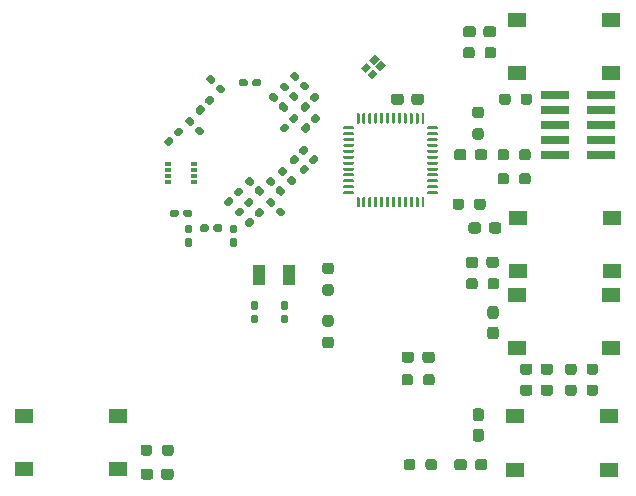
<source format=gbr>
%TF.GenerationSoftware,KiCad,Pcbnew,(5.1.9)-1*%
%TF.CreationDate,2021-09-29T12:39:09-05:00*%
%TF.ProjectId,zigbeeCape,7a696762-6565-4436-9170-652e6b696361,rev?*%
%TF.SameCoordinates,Original*%
%TF.FileFunction,Paste,Top*%
%TF.FilePolarity,Positive*%
%FSLAX46Y46*%
G04 Gerber Fmt 4.6, Leading zero omitted, Abs format (unit mm)*
G04 Created by KiCad (PCBNEW (5.1.9)-1) date 2021-09-29 12:39:09*
%MOMM*%
%LPD*%
G01*
G04 APERTURE LIST*
%ADD10R,1.550000X1.300000*%
%ADD11C,0.100000*%
%ADD12R,0.600000X0.300000*%
%ADD13R,2.400046X0.739902*%
%ADD14R,1.000000X1.800000*%
G04 APERTURE END LIST*
D10*
%TO.C,SW5*%
X18554600Y12841800D03*
X10604600Y12841800D03*
X18554600Y8341800D03*
X10604600Y8341800D03*
%TD*%
%TO.C,C2*%
G36*
G01*
X49931200Y28489900D02*
X49931200Y28964900D01*
G75*
G02*
X50168700Y29202400I237500J0D01*
G01*
X50768700Y29202400D01*
G75*
G02*
X51006200Y28964900I0J-237500D01*
G01*
X51006200Y28489900D01*
G75*
G02*
X50768700Y28252400I-237500J0D01*
G01*
X50168700Y28252400D01*
G75*
G02*
X49931200Y28489900I0J237500D01*
G01*
G37*
G36*
G01*
X48206200Y28489900D02*
X48206200Y28964900D01*
G75*
G02*
X48443700Y29202400I237500J0D01*
G01*
X49043700Y29202400D01*
G75*
G02*
X49281200Y28964900I0J-237500D01*
G01*
X49281200Y28489900D01*
G75*
G02*
X49043700Y28252400I-237500J0D01*
G01*
X48443700Y28252400D01*
G75*
G02*
X48206200Y28489900I0J237500D01*
G01*
G37*
%TD*%
%TO.C,SW3*%
X52133600Y8265600D03*
X60083600Y8265600D03*
X52133600Y12765600D03*
X60083600Y12765600D03*
%TD*%
%TO.C,SW2*%
X52336800Y18578000D03*
X60286800Y18578000D03*
X52336800Y23078000D03*
X60286800Y23078000D03*
%TD*%
%TO.C,SW1*%
X52413000Y25055000D03*
X60363000Y25055000D03*
X52413000Y29555000D03*
X60363000Y29555000D03*
%TD*%
%TO.C,SW4*%
X52336800Y41869800D03*
X60286800Y41869800D03*
X52336800Y46369800D03*
X60286800Y46369800D03*
%TD*%
D11*
%TO.C,Y2*%
G36*
X40019514Y41303004D02*
G01*
X39630605Y41691913D01*
X40125580Y42186888D01*
X40514489Y41797979D01*
X40019514Y41303004D01*
G37*
G36*
X40832687Y42893995D02*
G01*
X41221596Y42505086D01*
X40726621Y42010111D01*
X40337712Y42399020D01*
X40832687Y42893995D01*
G37*
G36*
X40295286Y43431396D02*
G01*
X40684195Y43042487D01*
X40189220Y42547512D01*
X39800311Y42936421D01*
X40295286Y43431396D01*
G37*
G36*
X39482113Y41840405D02*
G01*
X39093204Y42229314D01*
X39588179Y42724289D01*
X39977088Y42335380D01*
X39482113Y41840405D01*
G37*
%TD*%
D12*
%TO.C,U2*%
X24976000Y32651000D03*
X24976000Y33151000D03*
X24976000Y33651000D03*
X24976000Y34151000D03*
X22776000Y34151000D03*
X22776000Y33651000D03*
X22776000Y33151000D03*
X22776000Y32651000D03*
%TD*%
%TO.C,U1*%
G36*
G01*
X38735000Y37630000D02*
X38735000Y38390000D01*
G75*
G02*
X38805000Y38460000I70000J0D01*
G01*
X38915000Y38460000D01*
G75*
G02*
X38985000Y38390000I0J-70000D01*
G01*
X38985000Y37630000D01*
G75*
G02*
X38915000Y37560000I-70000J0D01*
G01*
X38805000Y37560000D01*
G75*
G02*
X38735000Y37630000I0J70000D01*
G01*
G37*
G36*
G01*
X39235000Y37630000D02*
X39235000Y38390000D01*
G75*
G02*
X39305000Y38460000I70000J0D01*
G01*
X39415000Y38460000D01*
G75*
G02*
X39485000Y38390000I0J-70000D01*
G01*
X39485000Y37630000D01*
G75*
G02*
X39415000Y37560000I-70000J0D01*
G01*
X39305000Y37560000D01*
G75*
G02*
X39235000Y37630000I0J70000D01*
G01*
G37*
G36*
G01*
X39735000Y37630000D02*
X39735000Y38390000D01*
G75*
G02*
X39805000Y38460000I70000J0D01*
G01*
X39915000Y38460000D01*
G75*
G02*
X39985000Y38390000I0J-70000D01*
G01*
X39985000Y37630000D01*
G75*
G02*
X39915000Y37560000I-70000J0D01*
G01*
X39805000Y37560000D01*
G75*
G02*
X39735000Y37630000I0J70000D01*
G01*
G37*
G36*
G01*
X40235000Y37630000D02*
X40235000Y38390000D01*
G75*
G02*
X40305000Y38460000I70000J0D01*
G01*
X40415000Y38460000D01*
G75*
G02*
X40485000Y38390000I0J-70000D01*
G01*
X40485000Y37630000D01*
G75*
G02*
X40415000Y37560000I-70000J0D01*
G01*
X40305000Y37560000D01*
G75*
G02*
X40235000Y37630000I0J70000D01*
G01*
G37*
G36*
G01*
X40735000Y37630000D02*
X40735000Y38390000D01*
G75*
G02*
X40805000Y38460000I70000J0D01*
G01*
X40915000Y38460000D01*
G75*
G02*
X40985000Y38390000I0J-70000D01*
G01*
X40985000Y37630000D01*
G75*
G02*
X40915000Y37560000I-70000J0D01*
G01*
X40805000Y37560000D01*
G75*
G02*
X40735000Y37630000I0J70000D01*
G01*
G37*
G36*
G01*
X41235000Y37630000D02*
X41235000Y38390000D01*
G75*
G02*
X41305000Y38460000I70000J0D01*
G01*
X41415000Y38460000D01*
G75*
G02*
X41485000Y38390000I0J-70000D01*
G01*
X41485000Y37630000D01*
G75*
G02*
X41415000Y37560000I-70000J0D01*
G01*
X41305000Y37560000D01*
G75*
G02*
X41235000Y37630000I0J70000D01*
G01*
G37*
G36*
G01*
X41735000Y37630000D02*
X41735000Y38390000D01*
G75*
G02*
X41805000Y38460000I70000J0D01*
G01*
X41915000Y38460000D01*
G75*
G02*
X41985000Y38390000I0J-70000D01*
G01*
X41985000Y37630000D01*
G75*
G02*
X41915000Y37560000I-70000J0D01*
G01*
X41805000Y37560000D01*
G75*
G02*
X41735000Y37630000I0J70000D01*
G01*
G37*
G36*
G01*
X42235000Y37630000D02*
X42235000Y38390000D01*
G75*
G02*
X42305000Y38460000I70000J0D01*
G01*
X42415000Y38460000D01*
G75*
G02*
X42485000Y38390000I0J-70000D01*
G01*
X42485000Y37630000D01*
G75*
G02*
X42415000Y37560000I-70000J0D01*
G01*
X42305000Y37560000D01*
G75*
G02*
X42235000Y37630000I0J70000D01*
G01*
G37*
G36*
G01*
X42735000Y37630000D02*
X42735000Y38390000D01*
G75*
G02*
X42805000Y38460000I70000J0D01*
G01*
X42915000Y38460000D01*
G75*
G02*
X42985000Y38390000I0J-70000D01*
G01*
X42985000Y37630000D01*
G75*
G02*
X42915000Y37560000I-70000J0D01*
G01*
X42805000Y37560000D01*
G75*
G02*
X42735000Y37630000I0J70000D01*
G01*
G37*
G36*
G01*
X43235000Y37630000D02*
X43235000Y38390000D01*
G75*
G02*
X43305000Y38460000I70000J0D01*
G01*
X43415000Y38460000D01*
G75*
G02*
X43485000Y38390000I0J-70000D01*
G01*
X43485000Y37630000D01*
G75*
G02*
X43415000Y37560000I-70000J0D01*
G01*
X43305000Y37560000D01*
G75*
G02*
X43235000Y37630000I0J70000D01*
G01*
G37*
G36*
G01*
X43735000Y37630000D02*
X43735000Y38390000D01*
G75*
G02*
X43805000Y38460000I70000J0D01*
G01*
X43915000Y38460000D01*
G75*
G02*
X43985000Y38390000I0J-70000D01*
G01*
X43985000Y37630000D01*
G75*
G02*
X43915000Y37560000I-70000J0D01*
G01*
X43805000Y37560000D01*
G75*
G02*
X43735000Y37630000I0J70000D01*
G01*
G37*
G36*
G01*
X44235000Y37630000D02*
X44235000Y38390000D01*
G75*
G02*
X44305000Y38460000I70000J0D01*
G01*
X44415000Y38460000D01*
G75*
G02*
X44485000Y38390000I0J-70000D01*
G01*
X44485000Y37630000D01*
G75*
G02*
X44415000Y37560000I-70000J0D01*
G01*
X44305000Y37560000D01*
G75*
G02*
X44235000Y37630000I0J70000D01*
G01*
G37*
G36*
G01*
X45540000Y37085000D02*
X44780000Y37085000D01*
G75*
G02*
X44710000Y37155000I0J70000D01*
G01*
X44710000Y37265000D01*
G75*
G02*
X44780000Y37335000I70000J0D01*
G01*
X45540000Y37335000D01*
G75*
G02*
X45610000Y37265000I0J-70000D01*
G01*
X45610000Y37155000D01*
G75*
G02*
X45540000Y37085000I-70000J0D01*
G01*
G37*
G36*
G01*
X45540000Y36585000D02*
X44780000Y36585000D01*
G75*
G02*
X44710000Y36655000I0J70000D01*
G01*
X44710000Y36765000D01*
G75*
G02*
X44780000Y36835000I70000J0D01*
G01*
X45540000Y36835000D01*
G75*
G02*
X45610000Y36765000I0J-70000D01*
G01*
X45610000Y36655000D01*
G75*
G02*
X45540000Y36585000I-70000J0D01*
G01*
G37*
G36*
G01*
X45540000Y36085000D02*
X44780000Y36085000D01*
G75*
G02*
X44710000Y36155000I0J70000D01*
G01*
X44710000Y36265000D01*
G75*
G02*
X44780000Y36335000I70000J0D01*
G01*
X45540000Y36335000D01*
G75*
G02*
X45610000Y36265000I0J-70000D01*
G01*
X45610000Y36155000D01*
G75*
G02*
X45540000Y36085000I-70000J0D01*
G01*
G37*
G36*
G01*
X45540000Y35585000D02*
X44780000Y35585000D01*
G75*
G02*
X44710000Y35655000I0J70000D01*
G01*
X44710000Y35765000D01*
G75*
G02*
X44780000Y35835000I70000J0D01*
G01*
X45540000Y35835000D01*
G75*
G02*
X45610000Y35765000I0J-70000D01*
G01*
X45610000Y35655000D01*
G75*
G02*
X45540000Y35585000I-70000J0D01*
G01*
G37*
G36*
G01*
X45540000Y35085000D02*
X44780000Y35085000D01*
G75*
G02*
X44710000Y35155000I0J70000D01*
G01*
X44710000Y35265000D01*
G75*
G02*
X44780000Y35335000I70000J0D01*
G01*
X45540000Y35335000D01*
G75*
G02*
X45610000Y35265000I0J-70000D01*
G01*
X45610000Y35155000D01*
G75*
G02*
X45540000Y35085000I-70000J0D01*
G01*
G37*
G36*
G01*
X45540000Y34585000D02*
X44780000Y34585000D01*
G75*
G02*
X44710000Y34655000I0J70000D01*
G01*
X44710000Y34765000D01*
G75*
G02*
X44780000Y34835000I70000J0D01*
G01*
X45540000Y34835000D01*
G75*
G02*
X45610000Y34765000I0J-70000D01*
G01*
X45610000Y34655000D01*
G75*
G02*
X45540000Y34585000I-70000J0D01*
G01*
G37*
G36*
G01*
X45540000Y34085000D02*
X44780000Y34085000D01*
G75*
G02*
X44710000Y34155000I0J70000D01*
G01*
X44710000Y34265000D01*
G75*
G02*
X44780000Y34335000I70000J0D01*
G01*
X45540000Y34335000D01*
G75*
G02*
X45610000Y34265000I0J-70000D01*
G01*
X45610000Y34155000D01*
G75*
G02*
X45540000Y34085000I-70000J0D01*
G01*
G37*
G36*
G01*
X45540000Y33585000D02*
X44780000Y33585000D01*
G75*
G02*
X44710000Y33655000I0J70000D01*
G01*
X44710000Y33765000D01*
G75*
G02*
X44780000Y33835000I70000J0D01*
G01*
X45540000Y33835000D01*
G75*
G02*
X45610000Y33765000I0J-70000D01*
G01*
X45610000Y33655000D01*
G75*
G02*
X45540000Y33585000I-70000J0D01*
G01*
G37*
G36*
G01*
X45540000Y33085000D02*
X44780000Y33085000D01*
G75*
G02*
X44710000Y33155000I0J70000D01*
G01*
X44710000Y33265000D01*
G75*
G02*
X44780000Y33335000I70000J0D01*
G01*
X45540000Y33335000D01*
G75*
G02*
X45610000Y33265000I0J-70000D01*
G01*
X45610000Y33155000D01*
G75*
G02*
X45540000Y33085000I-70000J0D01*
G01*
G37*
G36*
G01*
X45540000Y32585000D02*
X44780000Y32585000D01*
G75*
G02*
X44710000Y32655000I0J70000D01*
G01*
X44710000Y32765000D01*
G75*
G02*
X44780000Y32835000I70000J0D01*
G01*
X45540000Y32835000D01*
G75*
G02*
X45610000Y32765000I0J-70000D01*
G01*
X45610000Y32655000D01*
G75*
G02*
X45540000Y32585000I-70000J0D01*
G01*
G37*
G36*
G01*
X45540000Y32085000D02*
X44780000Y32085000D01*
G75*
G02*
X44710000Y32155000I0J70000D01*
G01*
X44710000Y32265000D01*
G75*
G02*
X44780000Y32335000I70000J0D01*
G01*
X45540000Y32335000D01*
G75*
G02*
X45610000Y32265000I0J-70000D01*
G01*
X45610000Y32155000D01*
G75*
G02*
X45540000Y32085000I-70000J0D01*
G01*
G37*
G36*
G01*
X45540000Y31585000D02*
X44780000Y31585000D01*
G75*
G02*
X44710000Y31655000I0J70000D01*
G01*
X44710000Y31765000D01*
G75*
G02*
X44780000Y31835000I70000J0D01*
G01*
X45540000Y31835000D01*
G75*
G02*
X45610000Y31765000I0J-70000D01*
G01*
X45610000Y31655000D01*
G75*
G02*
X45540000Y31585000I-70000J0D01*
G01*
G37*
G36*
G01*
X44235000Y30530000D02*
X44235000Y31290000D01*
G75*
G02*
X44305000Y31360000I70000J0D01*
G01*
X44415000Y31360000D01*
G75*
G02*
X44485000Y31290000I0J-70000D01*
G01*
X44485000Y30530000D01*
G75*
G02*
X44415000Y30460000I-70000J0D01*
G01*
X44305000Y30460000D01*
G75*
G02*
X44235000Y30530000I0J70000D01*
G01*
G37*
G36*
G01*
X43735000Y30530000D02*
X43735000Y31290000D01*
G75*
G02*
X43805000Y31360000I70000J0D01*
G01*
X43915000Y31360000D01*
G75*
G02*
X43985000Y31290000I0J-70000D01*
G01*
X43985000Y30530000D01*
G75*
G02*
X43915000Y30460000I-70000J0D01*
G01*
X43805000Y30460000D01*
G75*
G02*
X43735000Y30530000I0J70000D01*
G01*
G37*
G36*
G01*
X43235000Y30530000D02*
X43235000Y31290000D01*
G75*
G02*
X43305000Y31360000I70000J0D01*
G01*
X43415000Y31360000D01*
G75*
G02*
X43485000Y31290000I0J-70000D01*
G01*
X43485000Y30530000D01*
G75*
G02*
X43415000Y30460000I-70000J0D01*
G01*
X43305000Y30460000D01*
G75*
G02*
X43235000Y30530000I0J70000D01*
G01*
G37*
G36*
G01*
X42735000Y30530000D02*
X42735000Y31290000D01*
G75*
G02*
X42805000Y31360000I70000J0D01*
G01*
X42915000Y31360000D01*
G75*
G02*
X42985000Y31290000I0J-70000D01*
G01*
X42985000Y30530000D01*
G75*
G02*
X42915000Y30460000I-70000J0D01*
G01*
X42805000Y30460000D01*
G75*
G02*
X42735000Y30530000I0J70000D01*
G01*
G37*
G36*
G01*
X42235000Y30530000D02*
X42235000Y31290000D01*
G75*
G02*
X42305000Y31360000I70000J0D01*
G01*
X42415000Y31360000D01*
G75*
G02*
X42485000Y31290000I0J-70000D01*
G01*
X42485000Y30530000D01*
G75*
G02*
X42415000Y30460000I-70000J0D01*
G01*
X42305000Y30460000D01*
G75*
G02*
X42235000Y30530000I0J70000D01*
G01*
G37*
G36*
G01*
X41735000Y30530000D02*
X41735000Y31290000D01*
G75*
G02*
X41805000Y31360000I70000J0D01*
G01*
X41915000Y31360000D01*
G75*
G02*
X41985000Y31290000I0J-70000D01*
G01*
X41985000Y30530000D01*
G75*
G02*
X41915000Y30460000I-70000J0D01*
G01*
X41805000Y30460000D01*
G75*
G02*
X41735000Y30530000I0J70000D01*
G01*
G37*
G36*
G01*
X41235000Y30530000D02*
X41235000Y31290000D01*
G75*
G02*
X41305000Y31360000I70000J0D01*
G01*
X41415000Y31360000D01*
G75*
G02*
X41485000Y31290000I0J-70000D01*
G01*
X41485000Y30530000D01*
G75*
G02*
X41415000Y30460000I-70000J0D01*
G01*
X41305000Y30460000D01*
G75*
G02*
X41235000Y30530000I0J70000D01*
G01*
G37*
G36*
G01*
X40735000Y30530000D02*
X40735000Y31290000D01*
G75*
G02*
X40805000Y31360000I70000J0D01*
G01*
X40915000Y31360000D01*
G75*
G02*
X40985000Y31290000I0J-70000D01*
G01*
X40985000Y30530000D01*
G75*
G02*
X40915000Y30460000I-70000J0D01*
G01*
X40805000Y30460000D01*
G75*
G02*
X40735000Y30530000I0J70000D01*
G01*
G37*
G36*
G01*
X40235000Y30530000D02*
X40235000Y31290000D01*
G75*
G02*
X40305000Y31360000I70000J0D01*
G01*
X40415000Y31360000D01*
G75*
G02*
X40485000Y31290000I0J-70000D01*
G01*
X40485000Y30530000D01*
G75*
G02*
X40415000Y30460000I-70000J0D01*
G01*
X40305000Y30460000D01*
G75*
G02*
X40235000Y30530000I0J70000D01*
G01*
G37*
G36*
G01*
X39735000Y30530000D02*
X39735000Y31290000D01*
G75*
G02*
X39805000Y31360000I70000J0D01*
G01*
X39915000Y31360000D01*
G75*
G02*
X39985000Y31290000I0J-70000D01*
G01*
X39985000Y30530000D01*
G75*
G02*
X39915000Y30460000I-70000J0D01*
G01*
X39805000Y30460000D01*
G75*
G02*
X39735000Y30530000I0J70000D01*
G01*
G37*
G36*
G01*
X39235000Y30530000D02*
X39235000Y31290000D01*
G75*
G02*
X39305000Y31360000I70000J0D01*
G01*
X39415000Y31360000D01*
G75*
G02*
X39485000Y31290000I0J-70000D01*
G01*
X39485000Y30530000D01*
G75*
G02*
X39415000Y30460000I-70000J0D01*
G01*
X39305000Y30460000D01*
G75*
G02*
X39235000Y30530000I0J70000D01*
G01*
G37*
G36*
G01*
X38735000Y30530000D02*
X38735000Y31290000D01*
G75*
G02*
X38805000Y31360000I70000J0D01*
G01*
X38915000Y31360000D01*
G75*
G02*
X38985000Y31290000I0J-70000D01*
G01*
X38985000Y30530000D01*
G75*
G02*
X38915000Y30460000I-70000J0D01*
G01*
X38805000Y30460000D01*
G75*
G02*
X38735000Y30530000I0J70000D01*
G01*
G37*
G36*
G01*
X38440000Y31585000D02*
X37680000Y31585000D01*
G75*
G02*
X37610000Y31655000I0J70000D01*
G01*
X37610000Y31765000D01*
G75*
G02*
X37680000Y31835000I70000J0D01*
G01*
X38440000Y31835000D01*
G75*
G02*
X38510000Y31765000I0J-70000D01*
G01*
X38510000Y31655000D01*
G75*
G02*
X38440000Y31585000I-70000J0D01*
G01*
G37*
G36*
G01*
X38440000Y32085000D02*
X37680000Y32085000D01*
G75*
G02*
X37610000Y32155000I0J70000D01*
G01*
X37610000Y32265000D01*
G75*
G02*
X37680000Y32335000I70000J0D01*
G01*
X38440000Y32335000D01*
G75*
G02*
X38510000Y32265000I0J-70000D01*
G01*
X38510000Y32155000D01*
G75*
G02*
X38440000Y32085000I-70000J0D01*
G01*
G37*
G36*
G01*
X38440000Y32585000D02*
X37680000Y32585000D01*
G75*
G02*
X37610000Y32655000I0J70000D01*
G01*
X37610000Y32765000D01*
G75*
G02*
X37680000Y32835000I70000J0D01*
G01*
X38440000Y32835000D01*
G75*
G02*
X38510000Y32765000I0J-70000D01*
G01*
X38510000Y32655000D01*
G75*
G02*
X38440000Y32585000I-70000J0D01*
G01*
G37*
G36*
G01*
X38440000Y33085000D02*
X37680000Y33085000D01*
G75*
G02*
X37610000Y33155000I0J70000D01*
G01*
X37610000Y33265000D01*
G75*
G02*
X37680000Y33335000I70000J0D01*
G01*
X38440000Y33335000D01*
G75*
G02*
X38510000Y33265000I0J-70000D01*
G01*
X38510000Y33155000D01*
G75*
G02*
X38440000Y33085000I-70000J0D01*
G01*
G37*
G36*
G01*
X38440000Y33585000D02*
X37680000Y33585000D01*
G75*
G02*
X37610000Y33655000I0J70000D01*
G01*
X37610000Y33765000D01*
G75*
G02*
X37680000Y33835000I70000J0D01*
G01*
X38440000Y33835000D01*
G75*
G02*
X38510000Y33765000I0J-70000D01*
G01*
X38510000Y33655000D01*
G75*
G02*
X38440000Y33585000I-70000J0D01*
G01*
G37*
G36*
G01*
X38440000Y34085000D02*
X37680000Y34085000D01*
G75*
G02*
X37610000Y34155000I0J70000D01*
G01*
X37610000Y34265000D01*
G75*
G02*
X37680000Y34335000I70000J0D01*
G01*
X38440000Y34335000D01*
G75*
G02*
X38510000Y34265000I0J-70000D01*
G01*
X38510000Y34155000D01*
G75*
G02*
X38440000Y34085000I-70000J0D01*
G01*
G37*
G36*
G01*
X38440000Y34585000D02*
X37680000Y34585000D01*
G75*
G02*
X37610000Y34655000I0J70000D01*
G01*
X37610000Y34765000D01*
G75*
G02*
X37680000Y34835000I70000J0D01*
G01*
X38440000Y34835000D01*
G75*
G02*
X38510000Y34765000I0J-70000D01*
G01*
X38510000Y34655000D01*
G75*
G02*
X38440000Y34585000I-70000J0D01*
G01*
G37*
G36*
G01*
X38440000Y35085000D02*
X37680000Y35085000D01*
G75*
G02*
X37610000Y35155000I0J70000D01*
G01*
X37610000Y35265000D01*
G75*
G02*
X37680000Y35335000I70000J0D01*
G01*
X38440000Y35335000D01*
G75*
G02*
X38510000Y35265000I0J-70000D01*
G01*
X38510000Y35155000D01*
G75*
G02*
X38440000Y35085000I-70000J0D01*
G01*
G37*
G36*
G01*
X38440000Y35585000D02*
X37680000Y35585000D01*
G75*
G02*
X37610000Y35655000I0J70000D01*
G01*
X37610000Y35765000D01*
G75*
G02*
X37680000Y35835000I70000J0D01*
G01*
X38440000Y35835000D01*
G75*
G02*
X38510000Y35765000I0J-70000D01*
G01*
X38510000Y35655000D01*
G75*
G02*
X38440000Y35585000I-70000J0D01*
G01*
G37*
G36*
G01*
X38440000Y36085000D02*
X37680000Y36085000D01*
G75*
G02*
X37610000Y36155000I0J70000D01*
G01*
X37610000Y36265000D01*
G75*
G02*
X37680000Y36335000I70000J0D01*
G01*
X38440000Y36335000D01*
G75*
G02*
X38510000Y36265000I0J-70000D01*
G01*
X38510000Y36155000D01*
G75*
G02*
X38440000Y36085000I-70000J0D01*
G01*
G37*
G36*
G01*
X38440000Y36585000D02*
X37680000Y36585000D01*
G75*
G02*
X37610000Y36655000I0J70000D01*
G01*
X37610000Y36765000D01*
G75*
G02*
X37680000Y36835000I70000J0D01*
G01*
X38440000Y36835000D01*
G75*
G02*
X38510000Y36765000I0J-70000D01*
G01*
X38510000Y36655000D01*
G75*
G02*
X38440000Y36585000I-70000J0D01*
G01*
G37*
G36*
G01*
X38440000Y37085000D02*
X37680000Y37085000D01*
G75*
G02*
X37610000Y37155000I0J70000D01*
G01*
X37610000Y37265000D01*
G75*
G02*
X37680000Y37335000I70000J0D01*
G01*
X38440000Y37335000D01*
G75*
G02*
X38510000Y37265000I0J-70000D01*
G01*
X38510000Y37155000D01*
G75*
G02*
X38440000Y37085000I-70000J0D01*
G01*
G37*
%TD*%
%TO.C,C14*%
G36*
G01*
X29944000Y21390000D02*
X30254000Y21390000D01*
G75*
G02*
X30409000Y21235000I0J-155000D01*
G01*
X30409000Y20810000D01*
G75*
G02*
X30254000Y20655000I-155000J0D01*
G01*
X29944000Y20655000D01*
G75*
G02*
X29789000Y20810000I0J155000D01*
G01*
X29789000Y21235000D01*
G75*
G02*
X29944000Y21390000I155000J0D01*
G01*
G37*
G36*
G01*
X29944000Y22525000D02*
X30254000Y22525000D01*
G75*
G02*
X30409000Y22370000I0J-155000D01*
G01*
X30409000Y21945000D01*
G75*
G02*
X30254000Y21790000I-155000J0D01*
G01*
X29944000Y21790000D01*
G75*
G02*
X29789000Y21945000I0J155000D01*
G01*
X29789000Y22370000D01*
G75*
G02*
X29944000Y22525000I155000J0D01*
G01*
G37*
%TD*%
%TO.C,C12*%
G36*
G01*
X32484000Y21390000D02*
X32794000Y21390000D01*
G75*
G02*
X32949000Y21235000I0J-155000D01*
G01*
X32949000Y20810000D01*
G75*
G02*
X32794000Y20655000I-155000J0D01*
G01*
X32484000Y20655000D01*
G75*
G02*
X32329000Y20810000I0J155000D01*
G01*
X32329000Y21235000D01*
G75*
G02*
X32484000Y21390000I155000J0D01*
G01*
G37*
G36*
G01*
X32484000Y22525000D02*
X32794000Y22525000D01*
G75*
G02*
X32949000Y22370000I0J-155000D01*
G01*
X32949000Y21945000D01*
G75*
G02*
X32794000Y21790000I-155000J0D01*
G01*
X32484000Y21790000D01*
G75*
G02*
X32329000Y21945000I0J155000D01*
G01*
X32329000Y22370000D01*
G75*
G02*
X32484000Y22525000I155000J0D01*
G01*
G37*
%TD*%
D13*
%TO.C,J1*%
X55504080Y34876994D03*
X59403996Y34876994D03*
X55504080Y36146994D03*
X59403996Y36146994D03*
X55504080Y37416994D03*
X59403996Y37416994D03*
X55504080Y38686740D03*
X59403996Y38686994D03*
X55504080Y39956990D03*
X59403996Y39956740D03*
%TD*%
%TO.C,C5*%
G36*
G01*
X41653000Y39386500D02*
X41653000Y39861500D01*
G75*
G02*
X41890500Y40099000I237500J0D01*
G01*
X42490500Y40099000D01*
G75*
G02*
X42728000Y39861500I0J-237500D01*
G01*
X42728000Y39386500D01*
G75*
G02*
X42490500Y39149000I-237500J0D01*
G01*
X41890500Y39149000D01*
G75*
G02*
X41653000Y39386500I0J237500D01*
G01*
G37*
G36*
G01*
X43378000Y39386500D02*
X43378000Y39861500D01*
G75*
G02*
X43615500Y40099000I237500J0D01*
G01*
X44215500Y40099000D01*
G75*
G02*
X44453000Y39861500I0J-237500D01*
G01*
X44453000Y39386500D01*
G75*
G02*
X44215500Y39149000I-237500J0D01*
G01*
X43615500Y39149000D01*
G75*
G02*
X43378000Y39386500I0J237500D01*
G01*
G37*
%TD*%
%TO.C,L12*%
G36*
G01*
X26226000Y28862000D02*
X26226000Y28542000D01*
G75*
G02*
X26066000Y28382000I-160000J0D01*
G01*
X25621000Y28382000D01*
G75*
G02*
X25461000Y28542000I0J160000D01*
G01*
X25461000Y28862000D01*
G75*
G02*
X25621000Y29022000I160000J0D01*
G01*
X26066000Y29022000D01*
G75*
G02*
X26226000Y28862000I0J-160000D01*
G01*
G37*
G36*
G01*
X27371000Y28862000D02*
X27371000Y28542000D01*
G75*
G02*
X27211000Y28382000I-160000J0D01*
G01*
X26766000Y28382000D01*
G75*
G02*
X26606000Y28542000I0J160000D01*
G01*
X26606000Y28862000D01*
G75*
G02*
X26766000Y29022000I160000J0D01*
G01*
X27211000Y29022000D01*
G75*
G02*
X27371000Y28862000I0J-160000D01*
G01*
G37*
%TD*%
%TO.C,L11*%
G36*
G01*
X29851512Y29569786D02*
X30077786Y29343512D01*
G75*
G02*
X30077786Y29117238I-113137J-113137D01*
G01*
X29763124Y28802576D01*
G75*
G02*
X29536850Y28802576I-113137J113137D01*
G01*
X29310576Y29028850D01*
G75*
G02*
X29310576Y29255124I113137J113137D01*
G01*
X29625238Y29569786D01*
G75*
G02*
X29851512Y29569786I113137J-113137D01*
G01*
G37*
G36*
G01*
X30661150Y30379424D02*
X30887424Y30153150D01*
G75*
G02*
X30887424Y29926876I-113137J-113137D01*
G01*
X30572762Y29612214D01*
G75*
G02*
X30346488Y29612214I-113137J113137D01*
G01*
X30120214Y29838488D01*
G75*
G02*
X30120214Y30064762I113137J113137D01*
G01*
X30434876Y30379424D01*
G75*
G02*
X30661150Y30379424I113137J-113137D01*
G01*
G37*
%TD*%
%TO.C,L9*%
G36*
G01*
X30120214Y32010512D02*
X30346488Y32236786D01*
G75*
G02*
X30572762Y32236786I113137J-113137D01*
G01*
X30887424Y31922124D01*
G75*
G02*
X30887424Y31695850I-113137J-113137D01*
G01*
X30661150Y31469576D01*
G75*
G02*
X30434876Y31469576I-113137J113137D01*
G01*
X30120214Y31784238D01*
G75*
G02*
X30120214Y32010512I113137J113137D01*
G01*
G37*
G36*
G01*
X29310576Y32820150D02*
X29536850Y33046424D01*
G75*
G02*
X29763124Y33046424I113137J-113137D01*
G01*
X30077786Y32731762D01*
G75*
G02*
X30077786Y32505488I-113137J-113137D01*
G01*
X29851512Y32279214D01*
G75*
G02*
X29625238Y32279214I-113137J113137D01*
G01*
X29310576Y32593876D01*
G75*
G02*
X29310576Y32820150I113137J113137D01*
G01*
G37*
%TD*%
%TO.C,L8*%
G36*
G01*
X31898214Y32010512D02*
X32124488Y32236786D01*
G75*
G02*
X32350762Y32236786I113137J-113137D01*
G01*
X32665424Y31922124D01*
G75*
G02*
X32665424Y31695850I-113137J-113137D01*
G01*
X32439150Y31469576D01*
G75*
G02*
X32212876Y31469576I-113137J113137D01*
G01*
X31898214Y31784238D01*
G75*
G02*
X31898214Y32010512I113137J113137D01*
G01*
G37*
G36*
G01*
X31088576Y32820150D02*
X31314850Y33046424D01*
G75*
G02*
X31541124Y33046424I113137J-113137D01*
G01*
X31855786Y32731762D01*
G75*
G02*
X31855786Y32505488I-113137J-113137D01*
G01*
X31629512Y32279214D01*
G75*
G02*
X31403238Y32279214I-113137J113137D01*
G01*
X31088576Y32593876D01*
G75*
G02*
X31088576Y32820150I113137J113137D01*
G01*
G37*
%TD*%
%TO.C,L6*%
G36*
G01*
X34452512Y34058786D02*
X34678786Y33832512D01*
G75*
G02*
X34678786Y33606238I-113137J-113137D01*
G01*
X34364124Y33291576D01*
G75*
G02*
X34137850Y33291576I-113137J113137D01*
G01*
X33911576Y33517850D01*
G75*
G02*
X33911576Y33744124I113137J113137D01*
G01*
X34226238Y34058786D01*
G75*
G02*
X34452512Y34058786I113137J-113137D01*
G01*
G37*
G36*
G01*
X35262150Y34868424D02*
X35488424Y34642150D01*
G75*
G02*
X35488424Y34415876I-113137J-113137D01*
G01*
X35173762Y34101214D01*
G75*
G02*
X34947488Y34101214I-113137J113137D01*
G01*
X34721214Y34327488D01*
G75*
G02*
X34721214Y34553762I113137J113137D01*
G01*
X35035876Y34868424D01*
G75*
G02*
X35262150Y34868424I113137J-113137D01*
G01*
G37*
%TD*%
%TO.C,L5*%
G36*
G01*
X33612512Y34868786D02*
X33838786Y34642512D01*
G75*
G02*
X33838786Y34416238I-113137J-113137D01*
G01*
X33524124Y34101576D01*
G75*
G02*
X33297850Y34101576I-113137J113137D01*
G01*
X33071576Y34327850D01*
G75*
G02*
X33071576Y34554124I113137J113137D01*
G01*
X33386238Y34868786D01*
G75*
G02*
X33612512Y34868786I113137J-113137D01*
G01*
G37*
G36*
G01*
X34422150Y35678424D02*
X34648424Y35452150D01*
G75*
G02*
X34648424Y35225876I-113137J-113137D01*
G01*
X34333762Y34911214D01*
G75*
G02*
X34107488Y34911214I-113137J113137D01*
G01*
X33881214Y35137488D01*
G75*
G02*
X33881214Y35363762I113137J113137D01*
G01*
X34195876Y35678424D01*
G75*
G02*
X34422150Y35678424I113137J-113137D01*
G01*
G37*
%TD*%
%TO.C,L2*%
G36*
G01*
X34592512Y37570786D02*
X34818786Y37344512D01*
G75*
G02*
X34818786Y37118238I-113137J-113137D01*
G01*
X34504124Y36803576D01*
G75*
G02*
X34277850Y36803576I-113137J113137D01*
G01*
X34051576Y37029850D01*
G75*
G02*
X34051576Y37256124I113137J113137D01*
G01*
X34366238Y37570786D01*
G75*
G02*
X34592512Y37570786I113137J-113137D01*
G01*
G37*
G36*
G01*
X35402150Y38380424D02*
X35628424Y38154150D01*
G75*
G02*
X35628424Y37927876I-113137J-113137D01*
G01*
X35313762Y37613214D01*
G75*
G02*
X35087488Y37613214I-113137J113137D01*
G01*
X34861214Y37839488D01*
G75*
G02*
X34861214Y38065762I113137J113137D01*
G01*
X35175876Y38380424D01*
G75*
G02*
X35402150Y38380424I113137J-113137D01*
G01*
G37*
%TD*%
%TO.C,C29*%
G36*
G01*
X23676000Y30127000D02*
X23676000Y29817000D01*
G75*
G02*
X23521000Y29662000I-155000J0D01*
G01*
X23096000Y29662000D01*
G75*
G02*
X22941000Y29817000I0J155000D01*
G01*
X22941000Y30127000D01*
G75*
G02*
X23096000Y30282000I155000J0D01*
G01*
X23521000Y30282000D01*
G75*
G02*
X23676000Y30127000I0J-155000D01*
G01*
G37*
G36*
G01*
X24811000Y30127000D02*
X24811000Y29817000D01*
G75*
G02*
X24656000Y29662000I-155000J0D01*
G01*
X24231000Y29662000D01*
G75*
G02*
X24076000Y29817000I0J155000D01*
G01*
X24076000Y30127000D01*
G75*
G02*
X24231000Y30282000I155000J0D01*
G01*
X24656000Y30282000D01*
G75*
G02*
X24811000Y30127000I0J-155000D01*
G01*
G37*
%TD*%
%TO.C,C28*%
G36*
G01*
X24356000Y27867000D02*
X24666000Y27867000D01*
G75*
G02*
X24821000Y27712000I0J-155000D01*
G01*
X24821000Y27287000D01*
G75*
G02*
X24666000Y27132000I-155000J0D01*
G01*
X24356000Y27132000D01*
G75*
G02*
X24201000Y27287000I0J155000D01*
G01*
X24201000Y27712000D01*
G75*
G02*
X24356000Y27867000I155000J0D01*
G01*
G37*
G36*
G01*
X24356000Y29002000D02*
X24666000Y29002000D01*
G75*
G02*
X24821000Y28847000I0J-155000D01*
G01*
X24821000Y28422000D01*
G75*
G02*
X24666000Y28267000I-155000J0D01*
G01*
X24356000Y28267000D01*
G75*
G02*
X24201000Y28422000I0J155000D01*
G01*
X24201000Y28847000D01*
G75*
G02*
X24356000Y29002000I155000J0D01*
G01*
G37*
%TD*%
%TO.C,C27*%
G36*
G01*
X28166000Y27867000D02*
X28476000Y27867000D01*
G75*
G02*
X28631000Y27712000I0J-155000D01*
G01*
X28631000Y27287000D01*
G75*
G02*
X28476000Y27132000I-155000J0D01*
G01*
X28166000Y27132000D01*
G75*
G02*
X28011000Y27287000I0J155000D01*
G01*
X28011000Y27712000D01*
G75*
G02*
X28166000Y27867000I155000J0D01*
G01*
G37*
G36*
G01*
X28166000Y29002000D02*
X28476000Y29002000D01*
G75*
G02*
X28631000Y28847000I0J-155000D01*
G01*
X28631000Y28422000D01*
G75*
G02*
X28476000Y28267000I-155000J0D01*
G01*
X28166000Y28267000D01*
G75*
G02*
X28011000Y28422000I0J155000D01*
G01*
X28011000Y28847000D01*
G75*
G02*
X28166000Y29002000I155000J0D01*
G01*
G37*
%TD*%
%TO.C,C26*%
G36*
G01*
X22989978Y36417181D02*
X23209181Y36197978D01*
G75*
G02*
X23209181Y35978774I-109602J-109602D01*
G01*
X22908660Y35678253D01*
G75*
G02*
X22689456Y35678253I-109602J109602D01*
G01*
X22470253Y35897456D01*
G75*
G02*
X22470253Y36116660I109602J109602D01*
G01*
X22770774Y36417181D01*
G75*
G02*
X22989978Y36417181I109602J-109602D01*
G01*
G37*
G36*
G01*
X23792544Y37219747D02*
X24011747Y37000544D01*
G75*
G02*
X24011747Y36781340I-109602J-109602D01*
G01*
X23711226Y36480819D01*
G75*
G02*
X23492022Y36480819I-109602J109602D01*
G01*
X23272819Y36700022D01*
G75*
G02*
X23272819Y36919226I109602J109602D01*
G01*
X23573340Y37219747D01*
G75*
G02*
X23792544Y37219747I109602J-109602D01*
G01*
G37*
%TD*%
%TO.C,C25*%
G36*
G01*
X25050819Y37086978D02*
X25270022Y37306181D01*
G75*
G02*
X25489226Y37306181I109602J-109602D01*
G01*
X25789747Y37005660D01*
G75*
G02*
X25789747Y36786456I-109602J-109602D01*
G01*
X25570544Y36567253D01*
G75*
G02*
X25351340Y36567253I-109602J109602D01*
G01*
X25050819Y36867774D01*
G75*
G02*
X25050819Y37086978I109602J109602D01*
G01*
G37*
G36*
G01*
X24248253Y37889544D02*
X24467456Y38108747D01*
G75*
G02*
X24686660Y38108747I109602J-109602D01*
G01*
X24987181Y37808226D01*
G75*
G02*
X24987181Y37589022I-109602J-109602D01*
G01*
X24767978Y37369819D01*
G75*
G02*
X24548774Y37369819I-109602J109602D01*
G01*
X24248253Y37670340D01*
G75*
G02*
X24248253Y37889544I109602J109602D01*
G01*
G37*
%TD*%
%TO.C,C24*%
G36*
G01*
X28958978Y30448181D02*
X29178181Y30228978D01*
G75*
G02*
X29178181Y30009774I-109602J-109602D01*
G01*
X28877660Y29709253D01*
G75*
G02*
X28658456Y29709253I-109602J109602D01*
G01*
X28439253Y29928456D01*
G75*
G02*
X28439253Y30147660I109602J109602D01*
G01*
X28739774Y30448181D01*
G75*
G02*
X28958978Y30448181I109602J-109602D01*
G01*
G37*
G36*
G01*
X29761544Y31250747D02*
X29980747Y31031544D01*
G75*
G02*
X29980747Y30812340I-109602J-109602D01*
G01*
X29680226Y30511819D01*
G75*
G02*
X29461022Y30511819I-109602J109602D01*
G01*
X29241819Y30731022D01*
G75*
G02*
X29241819Y30950226I109602J109602D01*
G01*
X29542340Y31250747D01*
G75*
G02*
X29761544Y31250747I109602J-109602D01*
G01*
G37*
%TD*%
%TO.C,C23*%
G36*
G01*
X31908819Y30228978D02*
X32128022Y30448181D01*
G75*
G02*
X32347226Y30448181I109602J-109602D01*
G01*
X32647747Y30147660D01*
G75*
G02*
X32647747Y29928456I-109602J-109602D01*
G01*
X32428544Y29709253D01*
G75*
G02*
X32209340Y29709253I-109602J109602D01*
G01*
X31908819Y30009774D01*
G75*
G02*
X31908819Y30228978I109602J109602D01*
G01*
G37*
G36*
G01*
X31106253Y31031544D02*
X31325456Y31250747D01*
G75*
G02*
X31544660Y31250747I109602J-109602D01*
G01*
X31845181Y30950226D01*
G75*
G02*
X31845181Y30731022I-109602J-109602D01*
G01*
X31625978Y30511819D01*
G75*
G02*
X31406774Y30511819I-109602J109602D01*
G01*
X31106253Y30812340D01*
G75*
G02*
X31106253Y31031544I109602J109602D01*
G01*
G37*
%TD*%
%TO.C,C22*%
G36*
G01*
X28572022Y31400819D02*
X28352819Y31620022D01*
G75*
G02*
X28352819Y31839226I109602J109602D01*
G01*
X28653340Y32139747D01*
G75*
G02*
X28872544Y32139747I109602J-109602D01*
G01*
X29091747Y31920544D01*
G75*
G02*
X29091747Y31701340I-109602J-109602D01*
G01*
X28791226Y31400819D01*
G75*
G02*
X28572022Y31400819I-109602J109602D01*
G01*
G37*
G36*
G01*
X27769456Y30598253D02*
X27550253Y30817456D01*
G75*
G02*
X27550253Y31036660I109602J109602D01*
G01*
X27850774Y31337181D01*
G75*
G02*
X28069978Y31337181I109602J-109602D01*
G01*
X28289181Y31117978D01*
G75*
G02*
X28289181Y30898774I-109602J-109602D01*
G01*
X27988660Y30598253D01*
G75*
G02*
X27769456Y30598253I-109602J109602D01*
G01*
G37*
%TD*%
%TO.C,C21*%
G36*
G01*
X26765181Y41145022D02*
X26545978Y40925819D01*
G75*
G02*
X26326774Y40925819I-109602J109602D01*
G01*
X26026253Y41226340D01*
G75*
G02*
X26026253Y41445544I109602J109602D01*
G01*
X26245456Y41664747D01*
G75*
G02*
X26464660Y41664747I109602J-109602D01*
G01*
X26765181Y41364226D01*
G75*
G02*
X26765181Y41145022I-109602J-109602D01*
G01*
G37*
G36*
G01*
X27567747Y40342456D02*
X27348544Y40123253D01*
G75*
G02*
X27129340Y40123253I-109602J109602D01*
G01*
X26828819Y40423774D01*
G75*
G02*
X26828819Y40642978I109602J109602D01*
G01*
X27048022Y40862181D01*
G75*
G02*
X27267226Y40862181I109602J-109602D01*
G01*
X27567747Y40561660D01*
G75*
G02*
X27567747Y40342456I-109602J-109602D01*
G01*
G37*
%TD*%
%TO.C,C20*%
G36*
G01*
X32881819Y32868978D02*
X33101022Y33088181D01*
G75*
G02*
X33320226Y33088181I109602J-109602D01*
G01*
X33620747Y32787660D01*
G75*
G02*
X33620747Y32568456I-109602J-109602D01*
G01*
X33401544Y32349253D01*
G75*
G02*
X33182340Y32349253I-109602J109602D01*
G01*
X32881819Y32649774D01*
G75*
G02*
X32881819Y32868978I109602J109602D01*
G01*
G37*
G36*
G01*
X32079253Y33671544D02*
X32298456Y33890747D01*
G75*
G02*
X32517660Y33890747I109602J-109602D01*
G01*
X32818181Y33590226D01*
G75*
G02*
X32818181Y33371022I-109602J-109602D01*
G01*
X32598978Y33151819D01*
G75*
G02*
X32379774Y33151819I-109602J109602D01*
G01*
X32079253Y33452340D01*
G75*
G02*
X32079253Y33671544I109602J109602D01*
G01*
G37*
%TD*%
%TO.C,C19*%
G36*
G01*
X32988181Y40510022D02*
X32768978Y40290819D01*
G75*
G02*
X32549774Y40290819I-109602J109602D01*
G01*
X32249253Y40591340D01*
G75*
G02*
X32249253Y40810544I109602J109602D01*
G01*
X32468456Y41029747D01*
G75*
G02*
X32687660Y41029747I109602J-109602D01*
G01*
X32988181Y40729226D01*
G75*
G02*
X32988181Y40510022I-109602J-109602D01*
G01*
G37*
G36*
G01*
X33790747Y39707456D02*
X33571544Y39488253D01*
G75*
G02*
X33352340Y39488253I-109602J109602D01*
G01*
X33051819Y39788774D01*
G75*
G02*
X33051819Y40007978I109602J109602D01*
G01*
X33271022Y40227181D01*
G75*
G02*
X33490226Y40227181I109602J-109602D01*
G01*
X33790747Y39926660D01*
G75*
G02*
X33790747Y39707456I-109602J-109602D01*
G01*
G37*
%TD*%
%TO.C,C18*%
G36*
G01*
X32768978Y37560181D02*
X32988181Y37340978D01*
G75*
G02*
X32988181Y37121774I-109602J-109602D01*
G01*
X32687660Y36821253D01*
G75*
G02*
X32468456Y36821253I-109602J109602D01*
G01*
X32249253Y37040456D01*
G75*
G02*
X32249253Y37259660I109602J109602D01*
G01*
X32549774Y37560181D01*
G75*
G02*
X32768978Y37560181I109602J-109602D01*
G01*
G37*
G36*
G01*
X33571544Y38362747D02*
X33790747Y38143544D01*
G75*
G02*
X33790747Y37924340I-109602J-109602D01*
G01*
X33490226Y37623819D01*
G75*
G02*
X33271022Y37623819I-109602J109602D01*
G01*
X33051819Y37843022D01*
G75*
G02*
X33051819Y38062226I109602J109602D01*
G01*
X33352340Y38362747D01*
G75*
G02*
X33571544Y38362747I109602J-109602D01*
G01*
G37*
%TD*%
%TO.C,C17*%
G36*
G01*
X33940819Y40896978D02*
X34160022Y41116181D01*
G75*
G02*
X34379226Y41116181I109602J-109602D01*
G01*
X34679747Y40815660D01*
G75*
G02*
X34679747Y40596456I-109602J-109602D01*
G01*
X34460544Y40377253D01*
G75*
G02*
X34241340Y40377253I-109602J109602D01*
G01*
X33940819Y40677774D01*
G75*
G02*
X33940819Y40896978I109602J109602D01*
G01*
G37*
G36*
G01*
X33138253Y41699544D02*
X33357456Y41918747D01*
G75*
G02*
X33576660Y41918747I109602J-109602D01*
G01*
X33877181Y41618226D01*
G75*
G02*
X33877181Y41399022I-109602J-109602D01*
G01*
X33657978Y41179819D01*
G75*
G02*
X33438774Y41179819I-109602J109602D01*
G01*
X33138253Y41480340D01*
G75*
G02*
X33138253Y41699544I109602J109602D01*
G01*
G37*
%TD*%
%TO.C,D3*%
G36*
G01*
X48037000Y35162500D02*
X48037000Y34687500D01*
G75*
G02*
X47799500Y34450000I-237500J0D01*
G01*
X47224500Y34450000D01*
G75*
G02*
X46987000Y34687500I0J237500D01*
G01*
X46987000Y35162500D01*
G75*
G02*
X47224500Y35400000I237500J0D01*
G01*
X47799500Y35400000D01*
G75*
G02*
X48037000Y35162500I0J-237500D01*
G01*
G37*
G36*
G01*
X49787000Y35162500D02*
X49787000Y34687500D01*
G75*
G02*
X49549500Y34450000I-237500J0D01*
G01*
X48974500Y34450000D01*
G75*
G02*
X48737000Y34687500I0J237500D01*
G01*
X48737000Y35162500D01*
G75*
G02*
X48974500Y35400000I237500J0D01*
G01*
X49549500Y35400000D01*
G75*
G02*
X49787000Y35162500I0J-237500D01*
G01*
G37*
%TD*%
%TO.C,C1*%
G36*
G01*
X48809900Y13439600D02*
X49284900Y13439600D01*
G75*
G02*
X49522400Y13202100I0J-237500D01*
G01*
X49522400Y12602100D01*
G75*
G02*
X49284900Y12364600I-237500J0D01*
G01*
X48809900Y12364600D01*
G75*
G02*
X48572400Y12602100I0J237500D01*
G01*
X48572400Y13202100D01*
G75*
G02*
X48809900Y13439600I237500J0D01*
G01*
G37*
G36*
G01*
X48809900Y11714600D02*
X49284900Y11714600D01*
G75*
G02*
X49522400Y11477100I0J-237500D01*
G01*
X49522400Y10877100D01*
G75*
G02*
X49284900Y10639600I-237500J0D01*
G01*
X48809900Y10639600D01*
G75*
G02*
X48572400Y10877100I0J237500D01*
G01*
X48572400Y11477100D01*
G75*
G02*
X48809900Y11714600I237500J0D01*
G01*
G37*
%TD*%
%TO.C,C3*%
G36*
G01*
X50054500Y22101000D02*
X50529500Y22101000D01*
G75*
G02*
X50767000Y21863500I0J-237500D01*
G01*
X50767000Y21263500D01*
G75*
G02*
X50529500Y21026000I-237500J0D01*
G01*
X50054500Y21026000D01*
G75*
G02*
X49817000Y21263500I0J237500D01*
G01*
X49817000Y21863500D01*
G75*
G02*
X50054500Y22101000I237500J0D01*
G01*
G37*
G36*
G01*
X50054500Y20376000D02*
X50529500Y20376000D01*
G75*
G02*
X50767000Y20138500I0J-237500D01*
G01*
X50767000Y19538500D01*
G75*
G02*
X50529500Y19301000I-237500J0D01*
G01*
X50054500Y19301000D01*
G75*
G02*
X49817000Y19538500I0J237500D01*
G01*
X49817000Y20138500D01*
G75*
G02*
X50054500Y20376000I237500J0D01*
G01*
G37*
%TD*%
%TO.C,C4*%
G36*
G01*
X20444000Y7636500D02*
X20444000Y8111500D01*
G75*
G02*
X20681500Y8349000I237500J0D01*
G01*
X21281500Y8349000D01*
G75*
G02*
X21519000Y8111500I0J-237500D01*
G01*
X21519000Y7636500D01*
G75*
G02*
X21281500Y7399000I-237500J0D01*
G01*
X20681500Y7399000D01*
G75*
G02*
X20444000Y7636500I0J237500D01*
G01*
G37*
G36*
G01*
X22169000Y7636500D02*
X22169000Y8111500D01*
G75*
G02*
X22406500Y8349000I237500J0D01*
G01*
X23006500Y8349000D01*
G75*
G02*
X23244000Y8111500I0J-237500D01*
G01*
X23244000Y7636500D01*
G75*
G02*
X23006500Y7399000I-237500J0D01*
G01*
X22406500Y7399000D01*
G75*
G02*
X22169000Y7636500I0J237500D01*
G01*
G37*
%TD*%
%TO.C,C7*%
G36*
G01*
X50549000Y45576500D02*
X50549000Y45101500D01*
G75*
G02*
X50311500Y44864000I-237500J0D01*
G01*
X49711500Y44864000D01*
G75*
G02*
X49474000Y45101500I0J237500D01*
G01*
X49474000Y45576500D01*
G75*
G02*
X49711500Y45814000I237500J0D01*
G01*
X50311500Y45814000D01*
G75*
G02*
X50549000Y45576500I0J-237500D01*
G01*
G37*
G36*
G01*
X48824000Y45576500D02*
X48824000Y45101500D01*
G75*
G02*
X48586500Y44864000I-237500J0D01*
G01*
X47986500Y44864000D01*
G75*
G02*
X47749000Y45101500I0J237500D01*
G01*
X47749000Y45576500D01*
G75*
G02*
X47986500Y45814000I237500J0D01*
G01*
X48586500Y45814000D01*
G75*
G02*
X48824000Y45576500I0J-237500D01*
G01*
G37*
%TD*%
%TO.C,D1*%
G36*
G01*
X55375000Y15223500D02*
X55375000Y14748500D01*
G75*
G02*
X55137500Y14511000I-237500J0D01*
G01*
X54562500Y14511000D01*
G75*
G02*
X54325000Y14748500I0J237500D01*
G01*
X54325000Y15223500D01*
G75*
G02*
X54562500Y15461000I237500J0D01*
G01*
X55137500Y15461000D01*
G75*
G02*
X55375000Y15223500I0J-237500D01*
G01*
G37*
G36*
G01*
X53625000Y15223500D02*
X53625000Y14748500D01*
G75*
G02*
X53387500Y14511000I-237500J0D01*
G01*
X52812500Y14511000D01*
G75*
G02*
X52575000Y14748500I0J237500D01*
G01*
X52575000Y15223500D01*
G75*
G02*
X52812500Y15461000I237500J0D01*
G01*
X53387500Y15461000D01*
G75*
G02*
X53625000Y15223500I0J-237500D01*
G01*
G37*
%TD*%
%TO.C,D2*%
G36*
G01*
X53625000Y17001500D02*
X53625000Y16526500D01*
G75*
G02*
X53387500Y16289000I-237500J0D01*
G01*
X52812500Y16289000D01*
G75*
G02*
X52575000Y16526500I0J237500D01*
G01*
X52575000Y17001500D01*
G75*
G02*
X52812500Y17239000I237500J0D01*
G01*
X53387500Y17239000D01*
G75*
G02*
X53625000Y17001500I0J-237500D01*
G01*
G37*
G36*
G01*
X55375000Y17001500D02*
X55375000Y16526500D01*
G75*
G02*
X55137500Y16289000I-237500J0D01*
G01*
X54562500Y16289000D01*
G75*
G02*
X54325000Y16526500I0J237500D01*
G01*
X54325000Y17001500D01*
G75*
G02*
X54562500Y17239000I237500J0D01*
G01*
X55137500Y17239000D01*
G75*
G02*
X55375000Y17001500I0J-237500D01*
G01*
G37*
%TD*%
%TO.C,D4*%
G36*
G01*
X49027600Y26043900D02*
X49027600Y25568900D01*
G75*
G02*
X48790100Y25331400I-237500J0D01*
G01*
X48215100Y25331400D01*
G75*
G02*
X47977600Y25568900I0J237500D01*
G01*
X47977600Y26043900D01*
G75*
G02*
X48215100Y26281400I237500J0D01*
G01*
X48790100Y26281400D01*
G75*
G02*
X49027600Y26043900I0J-237500D01*
G01*
G37*
G36*
G01*
X50777600Y26043900D02*
X50777600Y25568900D01*
G75*
G02*
X50540100Y25331400I-237500J0D01*
G01*
X49965100Y25331400D01*
G75*
G02*
X49727600Y25568900I0J237500D01*
G01*
X49727600Y26043900D01*
G75*
G02*
X49965100Y26281400I237500J0D01*
G01*
X50540100Y26281400D01*
G75*
G02*
X50777600Y26043900I0J-237500D01*
G01*
G37*
%TD*%
%TO.C,D5*%
G36*
G01*
X48762400Y8449300D02*
X48762400Y8924300D01*
G75*
G02*
X48999900Y9161800I237500J0D01*
G01*
X49574900Y9161800D01*
G75*
G02*
X49812400Y8924300I0J-237500D01*
G01*
X49812400Y8449300D01*
G75*
G02*
X49574900Y8211800I-237500J0D01*
G01*
X48999900Y8211800D01*
G75*
G02*
X48762400Y8449300I0J237500D01*
G01*
G37*
G36*
G01*
X47012400Y8449300D02*
X47012400Y8924300D01*
G75*
G02*
X47249900Y9161800I237500J0D01*
G01*
X47824900Y9161800D01*
G75*
G02*
X48062400Y8924300I0J-237500D01*
G01*
X48062400Y8449300D01*
G75*
G02*
X47824900Y8211800I-237500J0D01*
G01*
X47249900Y8211800D01*
G75*
G02*
X47012400Y8449300I0J237500D01*
G01*
G37*
%TD*%
%TO.C,D6*%
G36*
G01*
X42556000Y17542500D02*
X42556000Y18017500D01*
G75*
G02*
X42793500Y18255000I237500J0D01*
G01*
X43368500Y18255000D01*
G75*
G02*
X43606000Y18017500I0J-237500D01*
G01*
X43606000Y17542500D01*
G75*
G02*
X43368500Y17305000I-237500J0D01*
G01*
X42793500Y17305000D01*
G75*
G02*
X42556000Y17542500I0J237500D01*
G01*
G37*
G36*
G01*
X44306000Y17542500D02*
X44306000Y18017500D01*
G75*
G02*
X44543500Y18255000I237500J0D01*
G01*
X45118500Y18255000D01*
G75*
G02*
X45356000Y18017500I0J-237500D01*
G01*
X45356000Y17542500D01*
G75*
G02*
X45118500Y17305000I-237500J0D01*
G01*
X44543500Y17305000D01*
G75*
G02*
X44306000Y17542500I0J237500D01*
G01*
G37*
%TD*%
%TO.C,L3*%
G36*
G01*
X35360150Y40158424D02*
X35586424Y39932150D01*
G75*
G02*
X35586424Y39705876I-113137J-113137D01*
G01*
X35271762Y39391214D01*
G75*
G02*
X35045488Y39391214I-113137J113137D01*
G01*
X34819214Y39617488D01*
G75*
G02*
X34819214Y39843762I113137J113137D01*
G01*
X35133876Y40158424D01*
G75*
G02*
X35360150Y40158424I113137J-113137D01*
G01*
G37*
G36*
G01*
X34550512Y39348786D02*
X34776786Y39122512D01*
G75*
G02*
X34776786Y38896238I-113137J-113137D01*
G01*
X34462124Y38581576D01*
G75*
G02*
X34235850Y38581576I-113137J113137D01*
G01*
X34009576Y38807850D01*
G75*
G02*
X34009576Y39034124I113137J113137D01*
G01*
X34324238Y39348786D01*
G75*
G02*
X34550512Y39348786I113137J-113137D01*
G01*
G37*
%TD*%
%TO.C,L4*%
G36*
G01*
X32109786Y39617488D02*
X31883512Y39391214D01*
G75*
G02*
X31657238Y39391214I-113137J113137D01*
G01*
X31342576Y39705876D01*
G75*
G02*
X31342576Y39932150I113137J113137D01*
G01*
X31568850Y40158424D01*
G75*
G02*
X31795124Y40158424I113137J-113137D01*
G01*
X32109786Y39843762D01*
G75*
G02*
X32109786Y39617488I-113137J-113137D01*
G01*
G37*
G36*
G01*
X32919424Y38807850D02*
X32693150Y38581576D01*
G75*
G02*
X32466876Y38581576I-113137J113137D01*
G01*
X32152214Y38896238D01*
G75*
G02*
X32152214Y39122512I113137J113137D01*
G01*
X32378488Y39348786D01*
G75*
G02*
X32604762Y39348786I113137J-113137D01*
G01*
X32919424Y39034124D01*
G75*
G02*
X32919424Y38807850I-113137J-113137D01*
G01*
G37*
%TD*%
%TO.C,L7*%
G36*
G01*
X30673000Y41181000D02*
X30673000Y40861000D01*
G75*
G02*
X30513000Y40701000I-160000J0D01*
G01*
X30068000Y40701000D01*
G75*
G02*
X29908000Y40861000I0J160000D01*
G01*
X29908000Y41181000D01*
G75*
G02*
X30068000Y41341000I160000J0D01*
G01*
X30513000Y41341000D01*
G75*
G02*
X30673000Y41181000I0J-160000D01*
G01*
G37*
G36*
G01*
X29528000Y41181000D02*
X29528000Y40861000D01*
G75*
G02*
X29368000Y40701000I-160000J0D01*
G01*
X28923000Y40701000D01*
G75*
G02*
X28763000Y40861000I0J160000D01*
G01*
X28763000Y41181000D01*
G75*
G02*
X28923000Y41341000I160000J0D01*
G01*
X29368000Y41341000D01*
G75*
G02*
X29528000Y41181000I0J-160000D01*
G01*
G37*
%TD*%
%TO.C,L10*%
G36*
G01*
X25660512Y39094786D02*
X25886786Y38868512D01*
G75*
G02*
X25886786Y38642238I-113137J-113137D01*
G01*
X25572124Y38327576D01*
G75*
G02*
X25345850Y38327576I-113137J113137D01*
G01*
X25119576Y38553850D01*
G75*
G02*
X25119576Y38780124I113137J113137D01*
G01*
X25434238Y39094786D01*
G75*
G02*
X25660512Y39094786I113137J-113137D01*
G01*
G37*
G36*
G01*
X26470150Y39904424D02*
X26696424Y39678150D01*
G75*
G02*
X26696424Y39451876I-113137J-113137D01*
G01*
X26381762Y39137214D01*
G75*
G02*
X26155488Y39137214I-113137J113137D01*
G01*
X25929214Y39363488D01*
G75*
G02*
X25929214Y39589762I113137J113137D01*
G01*
X26243876Y39904424D01*
G75*
G02*
X26470150Y39904424I113137J-113137D01*
G01*
G37*
%TD*%
%TO.C,R1*%
G36*
G01*
X21419000Y10143500D02*
X21419000Y9668500D01*
G75*
G02*
X21181500Y9431000I-237500J0D01*
G01*
X20681500Y9431000D01*
G75*
G02*
X20444000Y9668500I0J237500D01*
G01*
X20444000Y10143500D01*
G75*
G02*
X20681500Y10381000I237500J0D01*
G01*
X21181500Y10381000D01*
G75*
G02*
X21419000Y10143500I0J-237500D01*
G01*
G37*
G36*
G01*
X23244000Y10143500D02*
X23244000Y9668500D01*
G75*
G02*
X23006500Y9431000I-237500J0D01*
G01*
X22506500Y9431000D01*
G75*
G02*
X22269000Y9668500I0J237500D01*
G01*
X22269000Y10143500D01*
G75*
G02*
X22506500Y10381000I237500J0D01*
G01*
X23006500Y10381000D01*
G75*
G02*
X23244000Y10143500I0J-237500D01*
G01*
G37*
%TD*%
%TO.C,R2*%
G36*
G01*
X51772000Y39861500D02*
X51772000Y39386500D01*
G75*
G02*
X51534500Y39149000I-237500J0D01*
G01*
X51034500Y39149000D01*
G75*
G02*
X50797000Y39386500I0J237500D01*
G01*
X50797000Y39861500D01*
G75*
G02*
X51034500Y40099000I237500J0D01*
G01*
X51534500Y40099000D01*
G75*
G02*
X51772000Y39861500I0J-237500D01*
G01*
G37*
G36*
G01*
X53597000Y39861500D02*
X53597000Y39386500D01*
G75*
G02*
X53359500Y39149000I-237500J0D01*
G01*
X52859500Y39149000D01*
G75*
G02*
X52622000Y39386500I0J237500D01*
G01*
X52622000Y39861500D01*
G75*
G02*
X52859500Y40099000I237500J0D01*
G01*
X53359500Y40099000D01*
G75*
G02*
X53597000Y39861500I0J-237500D01*
G01*
G37*
%TD*%
%TO.C,R3*%
G36*
G01*
X50549000Y43798500D02*
X50549000Y43323500D01*
G75*
G02*
X50311500Y43086000I-237500J0D01*
G01*
X49811500Y43086000D01*
G75*
G02*
X49574000Y43323500I0J237500D01*
G01*
X49574000Y43798500D01*
G75*
G02*
X49811500Y44036000I237500J0D01*
G01*
X50311500Y44036000D01*
G75*
G02*
X50549000Y43798500I0J-237500D01*
G01*
G37*
G36*
G01*
X48724000Y43798500D02*
X48724000Y43323500D01*
G75*
G02*
X48486500Y43086000I-237500J0D01*
G01*
X47986500Y43086000D01*
G75*
G02*
X47749000Y43323500I0J237500D01*
G01*
X47749000Y43798500D01*
G75*
G02*
X47986500Y44036000I237500J0D01*
G01*
X48486500Y44036000D01*
G75*
G02*
X48724000Y43798500I0J-237500D01*
G01*
G37*
%TD*%
%TO.C,R4*%
G36*
G01*
X53470000Y35162500D02*
X53470000Y34687500D01*
G75*
G02*
X53232500Y34450000I-237500J0D01*
G01*
X52732500Y34450000D01*
G75*
G02*
X52495000Y34687500I0J237500D01*
G01*
X52495000Y35162500D01*
G75*
G02*
X52732500Y35400000I237500J0D01*
G01*
X53232500Y35400000D01*
G75*
G02*
X53470000Y35162500I0J-237500D01*
G01*
G37*
G36*
G01*
X51645000Y35162500D02*
X51645000Y34687500D01*
G75*
G02*
X51407500Y34450000I-237500J0D01*
G01*
X50907500Y34450000D01*
G75*
G02*
X50670000Y34687500I0J237500D01*
G01*
X50670000Y35162500D01*
G75*
G02*
X50907500Y35400000I237500J0D01*
G01*
X51407500Y35400000D01*
G75*
G02*
X51645000Y35162500I0J-237500D01*
G01*
G37*
%TD*%
%TO.C,R5*%
G36*
G01*
X47835000Y30971500D02*
X47835000Y30496500D01*
G75*
G02*
X47597500Y30259000I-237500J0D01*
G01*
X47097500Y30259000D01*
G75*
G02*
X46860000Y30496500I0J237500D01*
G01*
X46860000Y30971500D01*
G75*
G02*
X47097500Y31209000I237500J0D01*
G01*
X47597500Y31209000D01*
G75*
G02*
X47835000Y30971500I0J-237500D01*
G01*
G37*
G36*
G01*
X49660000Y30971500D02*
X49660000Y30496500D01*
G75*
G02*
X49422500Y30259000I-237500J0D01*
G01*
X48922500Y30259000D01*
G75*
G02*
X48685000Y30496500I0J237500D01*
G01*
X48685000Y30971500D01*
G75*
G02*
X48922500Y31209000I237500J0D01*
G01*
X49422500Y31209000D01*
G75*
G02*
X49660000Y30971500I0J-237500D01*
G01*
G37*
%TD*%
%TO.C,R6*%
G36*
G01*
X56385000Y14748500D02*
X56385000Y15223500D01*
G75*
G02*
X56622500Y15461000I237500J0D01*
G01*
X57122500Y15461000D01*
G75*
G02*
X57360000Y15223500I0J-237500D01*
G01*
X57360000Y14748500D01*
G75*
G02*
X57122500Y14511000I-237500J0D01*
G01*
X56622500Y14511000D01*
G75*
G02*
X56385000Y14748500I0J237500D01*
G01*
G37*
G36*
G01*
X58210000Y14748500D02*
X58210000Y15223500D01*
G75*
G02*
X58447500Y15461000I237500J0D01*
G01*
X58947500Y15461000D01*
G75*
G02*
X59185000Y15223500I0J-237500D01*
G01*
X59185000Y14748500D01*
G75*
G02*
X58947500Y14511000I-237500J0D01*
G01*
X58447500Y14511000D01*
G75*
G02*
X58210000Y14748500I0J237500D01*
G01*
G37*
%TD*%
%TO.C,R7*%
G36*
G01*
X53470000Y33130500D02*
X53470000Y32655500D01*
G75*
G02*
X53232500Y32418000I-237500J0D01*
G01*
X52732500Y32418000D01*
G75*
G02*
X52495000Y32655500I0J237500D01*
G01*
X52495000Y33130500D01*
G75*
G02*
X52732500Y33368000I237500J0D01*
G01*
X53232500Y33368000D01*
G75*
G02*
X53470000Y33130500I0J-237500D01*
G01*
G37*
G36*
G01*
X51645000Y33130500D02*
X51645000Y32655500D01*
G75*
G02*
X51407500Y32418000I-237500J0D01*
G01*
X50907500Y32418000D01*
G75*
G02*
X50670000Y32655500I0J237500D01*
G01*
X50670000Y33130500D01*
G75*
G02*
X50907500Y33368000I237500J0D01*
G01*
X51407500Y33368000D01*
G75*
G02*
X51645000Y33130500I0J-237500D01*
G01*
G37*
%TD*%
%TO.C,R8*%
G36*
G01*
X58210000Y16526500D02*
X58210000Y17001500D01*
G75*
G02*
X58447500Y17239000I237500J0D01*
G01*
X58947500Y17239000D01*
G75*
G02*
X59185000Y17001500I0J-237500D01*
G01*
X59185000Y16526500D01*
G75*
G02*
X58947500Y16289000I-237500J0D01*
G01*
X58447500Y16289000D01*
G75*
G02*
X58210000Y16526500I0J237500D01*
G01*
G37*
G36*
G01*
X56385000Y16526500D02*
X56385000Y17001500D01*
G75*
G02*
X56622500Y17239000I237500J0D01*
G01*
X57122500Y17239000D01*
G75*
G02*
X57360000Y17001500I0J-237500D01*
G01*
X57360000Y16526500D01*
G75*
G02*
X57122500Y16289000I-237500J0D01*
G01*
X56622500Y16289000D01*
G75*
G02*
X56385000Y16526500I0J237500D01*
G01*
G37*
%TD*%
%TO.C,R9*%
G36*
G01*
X49259500Y36192000D02*
X48784500Y36192000D01*
G75*
G02*
X48547000Y36429500I0J237500D01*
G01*
X48547000Y36929500D01*
G75*
G02*
X48784500Y37167000I237500J0D01*
G01*
X49259500Y37167000D01*
G75*
G02*
X49497000Y36929500I0J-237500D01*
G01*
X49497000Y36429500D01*
G75*
G02*
X49259500Y36192000I-237500J0D01*
G01*
G37*
G36*
G01*
X49259500Y38017000D02*
X48784500Y38017000D01*
G75*
G02*
X48547000Y38254500I0J237500D01*
G01*
X48547000Y38754500D01*
G75*
G02*
X48784500Y38992000I237500J0D01*
G01*
X49259500Y38992000D01*
G75*
G02*
X49497000Y38754500I0J-237500D01*
G01*
X49497000Y38254500D01*
G75*
G02*
X49259500Y38017000I-237500J0D01*
G01*
G37*
%TD*%
%TO.C,R10*%
G36*
G01*
X49828000Y23765500D02*
X49828000Y24240500D01*
G75*
G02*
X50065500Y24478000I237500J0D01*
G01*
X50565500Y24478000D01*
G75*
G02*
X50803000Y24240500I0J-237500D01*
G01*
X50803000Y23765500D01*
G75*
G02*
X50565500Y23528000I-237500J0D01*
G01*
X50065500Y23528000D01*
G75*
G02*
X49828000Y23765500I0J237500D01*
G01*
G37*
G36*
G01*
X48003000Y23765500D02*
X48003000Y24240500D01*
G75*
G02*
X48240500Y24478000I237500J0D01*
G01*
X48740500Y24478000D01*
G75*
G02*
X48978000Y24240500I0J-237500D01*
G01*
X48978000Y23765500D01*
G75*
G02*
X48740500Y23528000I-237500J0D01*
G01*
X48240500Y23528000D01*
G75*
G02*
X48003000Y23765500I0J237500D01*
G01*
G37*
%TD*%
%TO.C,R11*%
G36*
G01*
X45545200Y8924300D02*
X45545200Y8449300D01*
G75*
G02*
X45307700Y8211800I-237500J0D01*
G01*
X44807700Y8211800D01*
G75*
G02*
X44570200Y8449300I0J237500D01*
G01*
X44570200Y8924300D01*
G75*
G02*
X44807700Y9161800I237500J0D01*
G01*
X45307700Y9161800D01*
G75*
G02*
X45545200Y8924300I0J-237500D01*
G01*
G37*
G36*
G01*
X43720200Y8924300D02*
X43720200Y8449300D01*
G75*
G02*
X43482700Y8211800I-237500J0D01*
G01*
X42982700Y8211800D01*
G75*
G02*
X42745200Y8449300I0J237500D01*
G01*
X42745200Y8924300D01*
G75*
G02*
X42982700Y9161800I237500J0D01*
G01*
X43482700Y9161800D01*
G75*
G02*
X43720200Y8924300I0J-237500D01*
G01*
G37*
%TD*%
%TO.C,R12*%
G36*
G01*
X44367000Y15637500D02*
X44367000Y16112500D01*
G75*
G02*
X44604500Y16350000I237500J0D01*
G01*
X45104500Y16350000D01*
G75*
G02*
X45342000Y16112500I0J-237500D01*
G01*
X45342000Y15637500D01*
G75*
G02*
X45104500Y15400000I-237500J0D01*
G01*
X44604500Y15400000D01*
G75*
G02*
X44367000Y15637500I0J237500D01*
G01*
G37*
G36*
G01*
X42542000Y15637500D02*
X42542000Y16112500D01*
G75*
G02*
X42779500Y16350000I237500J0D01*
G01*
X43279500Y16350000D01*
G75*
G02*
X43517000Y16112500I0J-237500D01*
G01*
X43517000Y15637500D01*
G75*
G02*
X43279500Y15400000I-237500J0D01*
G01*
X42779500Y15400000D01*
G75*
G02*
X42542000Y15637500I0J237500D01*
G01*
G37*
%TD*%
%TO.C,R17*%
G36*
G01*
X36559500Y22984000D02*
X36084500Y22984000D01*
G75*
G02*
X35847000Y23221500I0J237500D01*
G01*
X35847000Y23721500D01*
G75*
G02*
X36084500Y23959000I237500J0D01*
G01*
X36559500Y23959000D01*
G75*
G02*
X36797000Y23721500I0J-237500D01*
G01*
X36797000Y23221500D01*
G75*
G02*
X36559500Y22984000I-237500J0D01*
G01*
G37*
G36*
G01*
X36559500Y24809000D02*
X36084500Y24809000D01*
G75*
G02*
X35847000Y25046500I0J237500D01*
G01*
X35847000Y25546500D01*
G75*
G02*
X36084500Y25784000I237500J0D01*
G01*
X36559500Y25784000D01*
G75*
G02*
X36797000Y25546500I0J-237500D01*
G01*
X36797000Y25046500D01*
G75*
G02*
X36559500Y24809000I-237500J0D01*
G01*
G37*
%TD*%
%TO.C,R19*%
G36*
G01*
X36084500Y19514000D02*
X36559500Y19514000D01*
G75*
G02*
X36797000Y19276500I0J-237500D01*
G01*
X36797000Y18776500D01*
G75*
G02*
X36559500Y18539000I-237500J0D01*
G01*
X36084500Y18539000D01*
G75*
G02*
X35847000Y18776500I0J237500D01*
G01*
X35847000Y19276500D01*
G75*
G02*
X36084500Y19514000I237500J0D01*
G01*
G37*
G36*
G01*
X36084500Y21339000D02*
X36559500Y21339000D01*
G75*
G02*
X36797000Y21101500I0J-237500D01*
G01*
X36797000Y20601500D01*
G75*
G02*
X36559500Y20364000I-237500J0D01*
G01*
X36084500Y20364000D01*
G75*
G02*
X35847000Y20601500I0J237500D01*
G01*
X35847000Y21101500D01*
G75*
G02*
X36084500Y21339000I237500J0D01*
G01*
G37*
%TD*%
D14*
%TO.C,Y1*%
X32996000Y24765000D03*
X30496000Y24765000D03*
%TD*%
M02*

</source>
